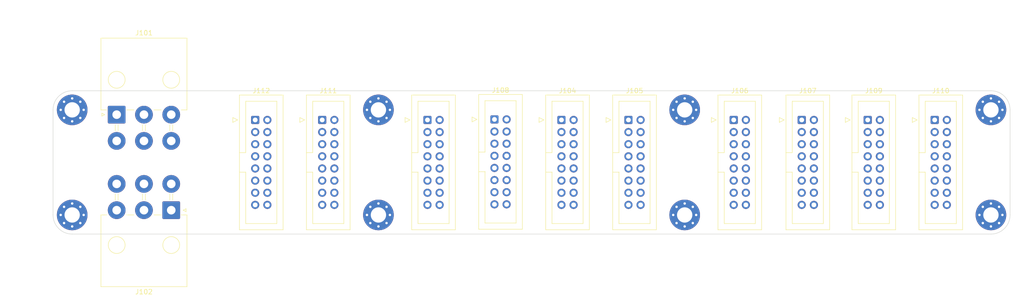
<source format=kicad_pcb>
(kicad_pcb (version 20211014) (generator pcbnew)
  (layers (0 "F.Cu" signal) (31 "B.Cu" signal) (34 "B.Paste" user) (35 "F.Paste" user) (36 "B.SilkS" user "B.Silkscreen") (37 "F.SilkS" user "F.Silkscreen") (38 "B.Mask" user) (39 "F.Mask" user) (44 "Edge.Cuts" user))
  (net 0 "")
  (net 13 "GND")
  (footprint "Connector_IDC:IDC-Header_2x08_P2.54mm_Vertical" (layer "F.Cu") (at 192.2475 56.11)
    (fp_text reference "J106" (at 1.27 -6.1) (layer "F.SilkS"))
    (fp_text value "Conn_02x08_Odd_Even")
    (fp_line (start -3.68 0) (end -4.68 -0.5) (layer "F.SilkS") (width 0.12))
    (fp_line (start -4.68 0.5) (end -3.68 0) (layer "F.SilkS") (width 0.12))
    (fp_line (start -1.98 6.84) (end -1.98 -3.91) (layer "F.SilkS") (width 0.12))
    (fp_line (start -1.98 10.94) (end -1.98 10.94) (layer "F.SilkS") (width 0.12))
    (fp_line (start -1.98 -3.91) (end 4.52 -3.91) (layer "F.SilkS") (width 0.12))
    (fp_line (start -3.29 22.99) (end -3.29 -5.21) (layer "F.SilkS") (width 0.12))
    (fp_line (start -3.29 -5.21) (end 5.83 -5.21) (layer "F.SilkS") (width 0.12))
    (fp_line (start -1.98 10.94) (end -3.29 10.94) (layer "F.SilkS") (width 0.12))
    (fp_line (start -1.98 21.69) (end -1.98 10.94) (layer "F.SilkS") (width 0.12))
    (fp_line (start -3.29 6.84) (end -1.98 6.84) (layer "F.SilkS") (width 0.12))
    (fp_line (start 5.83 -5.21) (end 5.83 22.99) (layer "F.SilkS") (width 0.12))
    (fp_line (start 4.52 21.69) (end -1.98 21.69) (layer "F.SilkS") (width 0.12))
    (fp_line (start -4.68 -0.5) (end -4.68 0.5) (layer "F.SilkS") (width 0.12))
    (fp_line (start 5.83 22.99) (end -3.29 22.99) (layer "F.SilkS") (width 0.12))
    (fp_line (start 4.52 -3.91) (end 4.52 21.69) (layer "F.SilkS") (width 0.12))
    (pad "1" thru_hole roundrect (at 0 0) (size 1.7 1.7) (drill 1) (layers *.Cu *.Mask) (roundrect_rratio 0.147059))
    (pad "2" thru_hole circle (at 2.54 0) (size 1.7 1.7) (drill 1) (layers *.Cu *.Mask))
    (pad "3" thru_hole circle (at 0 2.54) (size 1.7 1.7) (drill 1) (layers *.Cu *.Mask))
    (pad "4" thru_hole circle (at 2.54 2.54) (size 1.7 1.7) (drill 1) (layers *.Cu *.Mask))
    (pad "5" thru_hole circle (at 0 5.08) (size 1.7 1.7) (drill 1) (layers *.Cu *.Mask))
    (pad "6" thru_hole circle (at 2.54 5.08) (size 1.7 1.7) (drill 1) (layers *.Cu *.Mask))
    (pad "7" thru_hole circle (at 0 7.62) (size 1.7 1.7) (drill 1) (layers *.Cu *.Mask))
    (pad "8" thru_hole circle (at 2.54 7.62) (size 1.7 1.7) (drill 1) (layers *.Cu *.Mask))
    (pad "9" thru_hole circle (at 0 10.16) (size 1.7 1.7) (drill 1) (layers *.Cu *.Mask))
    (pad "10" thru_hole circle (at 2.54 10.16) (size 1.7 1.7) (drill 1) (layers *.Cu *.Mask))
    (pad "11" thru_hole circle (at 0 12.7) (size 1.7 1.7) (drill 1) (layers *.Cu *.Mask))
    (pad "12" thru_hole circle (at 2.54 12.7) (size 1.7 1.7) (drill 1) (layers *.Cu *.Mask))
    (pad "13" thru_hole circle (at 0 15.24) (size 1.7 1.7) (drill 1) (layers *.Cu *.Mask))
    (pad "14" thru_hole circle (at 2.54 15.24) (size 1.7 1.7) (drill 1) (layers *.Cu *.Mask))
    (pad "15" thru_hole circle (at 0 17.78) (size 1.7 1.7) (drill 1) (layers *.Cu *.Mask))
    (pad "16" thru_hole circle (at 2.54 17.78) (size 1.7 1.7) (drill 1) (layers *.Cu *.Mask))
  )
  (footprint "Connector_IDC:IDC-Header_2x08_P2.54mm_Vertical" (layer "F.Cu") (at 92.2475 56.11)
    (fp_text reference "J112" (at 1.27 -6.1) (layer "F.SilkS"))
    (fp_text value "Conn_02x08_Odd_Even")
    (fp_line (start -1.98 10.94) (end -3.29 10.94) (layer "F.SilkS") (width 0.12))
    (fp_line (start -1.98 21.69) (end -1.98 10.94) (layer "F.SilkS") (width 0.12))
    (fp_line (start 5.83 -5.21) (end 5.83 22.99) (layer "F.SilkS") (width 0.12))
    (fp_line (start -3.29 6.84) (end -1.98 6.84) (layer "F.SilkS") (width 0.12))
    (fp_line (start -4.68 0.5) (end -3.68 0) (layer "F.SilkS") (width 0.12))
    (fp_line (start -3.29 22.99) (end -3.29 -5.21) (layer "F.SilkS") (width 0.12))
    (fp_line (start -1.98 6.84) (end -1.98 -3.91) (layer "F.SilkS") (width 0.12))
    (fp_line (start 4.52 21.69) (end -1.98 21.69) (layer "F.SilkS") (width 0.12))
    (fp_line (start -1.98 10.94) (end -1.98 10.94) (layer "F.SilkS") (width 0.12))
    (fp_line (start 4.52 -3.91) (end 4.52 21.69) (layer "F.SilkS") (width 0.12))
    (fp_line (start -4.68 -0.5) (end -4.68 0.5) (layer "F.SilkS") (width 0.12))
    (fp_line (start -3.29 -5.21) (end 5.83 -5.21) (layer "F.SilkS") (width 0.12))
    (fp_line (start -1.98 -3.91) (end 4.52 -3.91) (layer "F.SilkS") (width 0.12))
    (fp_line (start -3.68 0) (end -4.68 -0.5) (layer "F.SilkS") (width 0.12))
    (fp_line (start 5.83 22.99) (end -3.29 22.99) (layer "F.SilkS") (width 0.12))
    (pad "1" thru_hole roundrect (at 0 0) (size 1.7 1.7) (drill 1) (layers *.Cu *.Mask) (roundrect_rratio 0.147059))
    (pad "2" thru_hole circle (at 2.54 0) (size 1.7 1.7) (drill 1) (layers *.Cu *.Mask))
    (pad "3" thru_hole circle (at 0 2.54) (size 1.7 1.7) (drill 1) (layers *.Cu *.Mask))
    (pad "4" thru_hole circle (at 2.54 2.54) (size 1.7 1.7) (drill 1) (layers *.Cu *.Mask))
    (pad "5" thru_hole circle (at 0 5.08) (size 1.7 1.7) (drill 1) (layers *.Cu *.Mask))
    (pad "6" thru_hole circle (at 2.54 5.08) (size 1.7 1.7) (drill 1) (layers *.Cu *.Mask))
    (pad "7" thru_hole circle (at 0 7.62) (size 1.7 1.7) (drill 1) (layers *.Cu *.Mask))
    (pad "8" thru_hole circle (at 2.54 7.62) (size 1.7 1.7) (drill 1) (layers *.Cu *.Mask))
    (pad "9" thru_hole circle (at 0 10.16) (size 1.7 1.7) (drill 1) (layers *.Cu *.Mask))
    (pad "10" thru_hole circle (at 2.54 10.16) (size 1.7 1.7) (drill 1) (layers *.Cu *.Mask))
    (pad "11" thru_hole circle (at 0 12.7) (size 1.7 1.7) (drill 1) (layers *.Cu *.Mask))
    (pad "12" thru_hole circle (at 2.54 12.7) (size 1.7 1.7) (drill 1) (layers *.Cu *.Mask))
    (pad "13" thru_hole circle (at 0 15.24) (size 1.7 1.7) (drill 1) (layers *.Cu *.Mask))
    (pad "14" thru_hole circle (at 2.54 15.24) (size 1.7 1.7) (drill 1) (layers *.Cu *.Mask))
    (pad "15" thru_hole circle (at 0 17.78) (size 1.7 1.7) (drill 1) (layers *.Cu *.Mask))
    (pad "16" thru_hole circle (at 2.54 17.78) (size 1.7 1.7) (drill 1) (layers *.Cu *.Mask))
  )
  (footprint "MountingHole:MountingHole_3.2mm_M3_Pad_Via" (layer "F.Cu") (at 182 54)
    (fp_text reference "H105" hide)
    (fp_text value "MountingHole_Pad")
    (pad "1" thru_hole circle (at 0 2.4) (size 0.8 0.8) (drill 0.5) (layers *.Cu *.Mask) (net 13 "GND"))
    (pad "1" thru_hole circle (at 2.4 0) (size 0.8 0.8) (drill 0.5) (layers *.Cu *.Mask) (net 13 "GND"))
    (pad "1" thru_hole circle (at -1.697056 -1.697056) (size 0.8 0.8) (drill 0.5) (layers *.Cu *.Mask) (net 13 "GND"))
    (pad "1" thru_hole circle (at 1.697056 1.697056) (size 0.8 0.8) (drill 0.5) (layers *.Cu *.Mask) (net 13 "GND"))
    (pad "1" thru_hole circle (at 0 -2.4) (size 0.8 0.8) (drill 0.5) (layers *.Cu *.Mask) (net 13 "GND"))
    (pad "1" thru_hole circle (at 1.697056 -1.697056) (size 0.8 0.8) (drill 0.5) (layers *.Cu *.Mask) (net 13 "GND"))
    (pad "1" thru_hole circle (at -2.4 0) (size 0.8 0.8) (drill 0.5) (layers *.Cu *.Mask) (net 13 "GND"))
    (pad "1" thru_hole circle (at -1.697056 1.697056) (size 0.8 0.8) (drill 0.5) (layers *.Cu *.Mask) (net 13 "GND"))
    (pad "1" thru_hole circle (at 0 0) (size 6.4 6.4) (drill 3.2) (layers *.Cu *.Mask) (net 13 "GND"))
  )
  (footprint "Connector_Molex:Molex_Mega-Fit_76825-0006_2x03_P5.70mm_Horizontal" (layer "F.Cu") (at 63.3 55)
    (fp_text reference "J101" (at 5.7 -17.1) (layer "F.SilkS"))
    (fp_text value "Conn_02x03_Odd_Even")
    (fp_line (start 2.11 -0.99) (end 3.59 -0.99) (layer "F.SilkS") (width 0.12))
    (fp_line (start 5.4 2.11) (end 5.4 3.39) (layer "F.SilkS") (width 0.12))
    (fp_line (start -0.3 2.11) (end -0.3 3.39) (layer "F.SilkS") (width 0.12))
    (fp_line (start 6 2.11) (end 6 3.39) (layer "F.SilkS") (width 0.12))
    (fp_line (start -3.285 -0.99) (end -2.11 -0.99) (layer "F.SilkS") (width 0.12))
    (fp_line (start -3.285 -16.01) (end -3.285 -0.99) (layer "F.SilkS") (width 0.12))
    (fp_line (start -3.1 -0.3) (end -2.5 0) (layer "F.SilkS") (width 0.12))
    (fp_line (start -2.5 0) (end -3.1 0.3) (layer "F.SilkS") (width 0.12))
    (fp_line (start 0.3 2.11) (end 0.3 3.39) (layer "F.SilkS") (width 0.12))
    (fp_line (start 5.7 -16.01) (end 14.685 -16.01) (layer "F.SilkS") (width 0.12))
    (fp_line (start 14.685 -0.99) (end 13.51 -0.99) (layer "F.SilkS") (width 0.12))
    (fp_line (start 7.81 -0.99) (end 9.29 -0.99) (layer "F.SilkS") (width 0.12))
    (fp_line (start 11.1 2.11) (end 11.1 3.39) (layer "F.SilkS") (width 0.12))
    (fp_line (start 14.685 -16.01) (end 14.685 -0.99) (layer "F.SilkS") (width 0.12))
    (fp_line (start 5.7 -16.01) (end -3.285 -16.01) (layer "F.SilkS") (width 0.12))
    (fp_line (start 11.7 2.11) (end 11.7 3.39) (layer "F.SilkS") (width 0.12))
    (fp_line (start -3.1 0.3) (end -3.1 -0.3) (layer "F.SilkS") (width 0.12))
    (fp_circle (center 11.4 -7.3) (end 13.16 -7.3) (layer "F.SilkS") (width 0.12) (fill none))
    (fp_circle (center 0 -7.3) (end 1.76 -7.3) (layer "F.SilkS") (width 0.12) (fill none))
    (pad "" np_thru_hole circle (at 0 -7.3) (size 3 3) (drill 3) (layers *.Cu *.Mask))
    (pad "" np_thru_hole circle (at 11.4 -7.3) (size 3 3) (drill 3) (layers *.Cu *.Mask))
    (pad "1" thru_hole roundrect (at 0 0) (size 3.7 3.7) (drill 1.8) (layers *.Cu *.Mask) (roundrect_rratio 0.067568))
    (pad "2" thru_hole circle (at 5.7 0) (size 3.7 3.7) (drill 1.8) (layers *.Cu *.Mask))
    (pad "3" thru_hole circle (at 11.4 0) (size 3.7 3.7) (drill 1.8) (layers *.Cu *.Mask))
    (pad "4" thru_hole circle (at 0 5.5) (size 3.7 3.7) (drill 1.8) (layers *.Cu *.Mask))
    (pad "5" thru_hole circle (at 5.7 5.5) (size 3.7 3.7) (drill 1.8) (layers *.Cu *.Mask))
    (pad "6" thru_hole circle (at 11.4 5.5) (size 3.7 3.7) (drill 1.8) (layers *.Cu *.Mask))
  )
  (footprint "Connector_Molex:Molex_Mega-Fit_76825-0006_2x03_P5.70mm_Horizontal" (layer "F.Cu") (at 74.7 75 180)
    (fp_text reference "J102" (at 5.7 -17.1) (layer "F.SilkS"))
    (fp_text value "Conn_02x03_Odd_Even")
    (fp_line (start 2.11 -0.99) (end 3.59 -0.99) (layer "F.SilkS") (width 0.12))
    (fp_line (start -3.1 0.3) (end -3.1 -0.3) (layer "F.SilkS") (width 0.12))
    (fp_line (start 14.685 -16.01) (end 14.685 -0.99) (layer "F.SilkS") (width 0.12))
    (fp_line (start -3.285 -0.99) (end -2.11 -0.99) (layer "F.SilkS") (width 0.12))
    (fp_line (start 11.1 2.11) (end 11.1 3.39) (layer "F.SilkS") (width 0.12))
    (fp_line (start 6 2.11) (end 6 3.39) (layer "F.SilkS") (width 0.12))
    (fp_line (start 0.3 2.11) (end 0.3 3.39) (layer "F.SilkS") (width 0.12))
    (fp_line (start 5.7 -16.01) (end 14.685 -16.01) (layer "F.SilkS") (width 0.12))
    (fp_line (start 14.685 -0.99) (end 13.51 -0.99) (layer "F.SilkS") (width 0.12))
    (fp_line (start 11.7 2.11) (end 11.7 3.39) (layer "F.SilkS") (width 0.12))
    (fp_line (start -0.3 2.11) (end -0.3 3.39) (layer "F.SilkS") (width 0.12))
    (fp_line (start -2.5 0) (end -3.1 0.3) (layer "F.SilkS") (width 0.12))
    (fp_line (start 7.81 -0.99) (end 9.29 -0.99) (layer "F.SilkS") (width 0.12))
    (fp_line (start 5.7 -16.01) (end -3.285 -16.01) (layer "F.SilkS") (width 0.12))
    (fp_line (start -3.1 -0.3) (end -2.5 0) (layer "F.SilkS") (width 0.12))
    (fp_line (start 5.4 2.11) (end 5.4 3.39) (layer "F.SilkS") (width 0.12))
    (fp_line (start -3.285 -16.01) (end -3.285 -0.99) (layer "F.SilkS") (width 0.12))
    (fp_circle (center 0 -7.3) (end 1.76 -7.3) (layer "F.SilkS") (width 0.12) (fill none))
    (fp_circle (center 11.4 -7.3) (end 13.16 -7.3) (layer "F.SilkS") (width 0.12) (fill none))
    (pad "" np_thru_hole circle (at 11.4 -7.3 180) (size 3 3) (drill 3) (layers *.Cu *.Mask))
    (pad "" np_thru_hole circle (at 0 -7.3 180) (size 3 3) (drill 3) (layers *.Cu *.Mask))
    (pad "1" thru_hole roundrect (at 0 0 180) (size 3.7 3.7) (drill 1.8) (layers *.Cu *.Mask) (roundrect_rratio 0.067568))
    (pad "2" thru_hole circle (at 5.7 0 180) (size 3.7 3.7) (drill 1.8) (layers *.Cu *.Mask))
    (pad "3" thru_hole circle (at 11.4 0 180) (size 3.7 3.7) (drill 1.8) (layers *.Cu *.Mask))
    (pad "4" thru_hole circle (at 0 5.5 180) (size 3.7 3.7) (drill 1.8) (layers *.Cu *.Mask))
    (pad "5" thru_hole circle (at 5.7 5.5 180) (size 3.7 3.7) (drill 1.8) (layers *.Cu *.Mask))
    (pad "6" thru_hole circle (at 11.4 5.5 180) (size 3.7 3.7) (drill 1.8) (layers *.Cu *.Mask))
  )
  (footprint "Connector_IDC:IDC-Header_2x08_P2.54mm_Vertical" (layer "F.Cu") (at 128.2475 56.11)
    (fp_text reference "J103" hide)
    (fp_text value "Conn_02x08_Odd_Even")
    (fp_line (start -1.98 21.69) (end -1.98 10.94) (layer "F.SilkS") (width 0.12))
    (fp_line (start -3.29 22.99) (end -3.29 -5.21) (layer "F.SilkS") (width 0.12))
    (fp_line (start -1.98 10.94) (end -3.29 10.94) (layer "F.SilkS") (width 0.12))
    (fp_line (start -1.98 -3.91) (end 4.52 -3.91) (layer "F.SilkS") (width 0.12))
    (fp_line (start 5.83 -5.21) (end 5.83 22.99) (layer "F.SilkS") (width 0.12))
    (fp_line (start -3.68 0) (end -4.68 -0.5) (layer "F.SilkS") (width 0.12))
    (fp_line (start 4.52 21.69) (end -1.98 21.69) (layer "F.SilkS") (width 0.12))
    (fp_line (start -1.98 10.94) (end -1.98 10.94) (layer "F.SilkS") (width 0.12))
    (fp_line (start -1.98 6.84) (end -1.98 -3.91) (layer "F.SilkS") (width 0.12))
    (fp_line (start -4.68 0.5) (end -3.68 0) (layer "F.SilkS") (width 0.12))
    (fp_line (start -3.29 -5.21) (end 5.83 -5.21) (layer "F.SilkS") (width 0.12))
    (fp_line (start -4.68 -0.5) (end -4.68 0.5) (layer "F.SilkS") (width 0.12))
    (fp_line (start 4.52 -3.91) (end 4.52 21.69) (layer "F.SilkS") (width 0.12))
    (fp_line (start -3.29 6.84) (end -1.98 6.84) (layer "F.SilkS") (width 0.12))
    (fp_line (start 5.83 22.99) (end -3.29 22.99) (layer "F.SilkS") (width 0.12))
    (pad "1" thru_hole roundrect (at 0 0) (size 1.7 1.7) (drill 1) (layers *.Cu *.Mask) (roundrect_rratio 0.147059))
    (pad "2" thru_hole circle (at 2.54 0) (size 1.7 1.7) (drill 1) (layers *.Cu *.Mask))
    (pad "3" thru_hole circle (at 0 2.54) (size 1.7 1.7) (drill 1) (layers *.Cu *.Mask))
    (pad "4" thru_hole circle (at 2.54 2.54) (size 1.7 1.7) (drill 1) (layers *.Cu *.Mask))
    (pad "5" thru_hole circle (at 0 5.08) (size 1.7 1.7) (drill 1) (layers *.Cu *.Mask))
    (pad "6" thru_hole circle (at 2.54 5.08) (size 1.7 1.7) (drill 1) (layers *.Cu *.Mask))
    (pad "7" thru_hole circle (at 0 7.62) (size 1.7 1.7) (drill 1) (layers *.Cu *.Mask))
    (pad "8" thru_hole circle (at 2.54 7.62) (size 1.7 1.7) (drill 1) (layers *.Cu *.Mask))
    (pad "9" thru_hole circle (at 0 10.16) (size 1.7 1.7) (drill 1) (layers *.Cu *.Mask))
    (pad "10" thru_hole circle (at 2.54 10.16) (size 1.7 1.7) (drill 1) (layers *.Cu *.Mask))
    (pad "11" thru_hole circle (at 0 12.7) (size 1.7 1.7) (drill 1) (layers *.Cu *.Mask))
    (pad "12" thru_hole circle (at 2.54 12.7) (size 1.7 1.7) (drill 1) (layers *.Cu *.Mask))
    (pad "13" thru_hole circle (at 0 15.24) (size 1.7 1.7) (drill 1) (layers *.Cu *.Mask))
    (pad "14" thru_hole circle (at 2.54 15.24) (size 1.7 1.7) (drill 1) (layers *.Cu *.Mask))
    (pad "15" thru_hole circle (at 0 17.78) (size 1.7 1.7) (drill 1) (layers *.Cu *.Mask))
    (pad "16" thru_hole circle (at 2.54 17.78) (size 1.7 1.7) (drill 1) (layers *.Cu *.Mask))
  )
  (footprint "Connector_IDC:IDC-Header_2x08_P2.54mm_Vertical" (layer "F.Cu") (at 206.46 56.11)
    (fp_text reference "J107" (at 1.27 -6.1) (layer "F.SilkS"))
    (fp_text value "Conn_02x08_Odd_Even")
    (fp_line (start -4.68 -0.5) (end -4.68 0.5) (layer "F.SilkS") (width 0.12))
    (fp_line (start -1.98 6.84) (end -1.98 -3.91) (layer "F.SilkS") (width 0.12))
    (fp_line (start 4.52 21.69) (end -1.98 21.69) (layer "F.SilkS") (width 0.12))
    (fp_line (start -3.29 6.84) (end -1.98 6.84) (layer "F.SilkS") (width 0.12))
    (fp_line (start -3.29 -5.21) (end 5.83 -5.21) (layer "F.SilkS") (width 0.12))
    (fp_line (start -3.29 22.99) (end -3.29 -5.21) (layer "F.SilkS") (width 0.12))
    (fp_line (start 4.52 -3.91) (end 4.52 21.69) (layer "F.SilkS") (width 0.12))
    (fp_line (start 5.83 -5.21) (end 5.83 22.99) (layer "F.SilkS") (width 0.12))
    (fp_line (start -1.98 21.69) (end -1.98 10.94) (layer "F.SilkS") (width 0.12))
    (fp_line (start 5.83 22.99) (end -3.29 22.99) (layer "F.SilkS") (width 0.12))
    (fp_line (start -4.68 0.5) (end -3.68 0) (layer "F.SilkS") (width 0.12))
    (fp_line (start -1.98 -3.91) (end 4.52 -3.91) (layer "F.SilkS") (width 0.12))
    (fp_line (start -1.98 10.94) (end -1.98 10.94) (layer "F.SilkS") (width 0.12))
    (fp_line (start -3.68 0) (end -4.68 -0.5) (layer "F.SilkS") (width 0.12))
    (fp_line (start -1.98 10.94) (end -3.29 10.94) (layer "F.SilkS") (width 0.12))
    (pad "1" thru_hole roundrect (at 0 0) (size 1.7 1.7) (drill 1) (layers *.Cu *.Mask) (roundrect_rratio 0.147059))
    (pad "2" thru_hole circle (at 2.54 0) (size 1.7 1.7) (drill 1) (layers *.Cu *.Mask))
    (pad "3" thru_hole circle (at 0 2.54) (size 1.7 1.7) (drill 1) (layers *.Cu *.Mask))
    (pad "4" thru_hole circle (at 2.54 2.54) (size 1.7 1.7) (drill 1) (layers *.Cu *.Mask))
    (pad "5" thru_hole circle (at 0 5.08) (size 1.7 1.7) (drill 1) (layers *.Cu *.Mask))
    (pad "6" thru_hole circle (at 2.54 5.08) (size 1.7 1.7) (drill 1) (layers *.Cu *.Mask))
    (pad "7" thru_hole circle (at 0 7.62) (size 1.7 1.7) (drill 1) (layers *.Cu *.Mask))
    (pad "8" thru_hole circle (at 2.54 7.62) (size 1.7 1.7) (drill 1) (layers *.Cu *.Mask))
    (pad "9" thru_hole circle (at 0 10.16) (size 1.7 1.7) (drill 1) (layers *.Cu *.Mask))
    (pad "10" thru_hole circle (at 2.54 10.16) (size 1.7 1.7) (drill 1) (layers *.Cu *.Mask))
    (pad "11" thru_hole circle (at 0 12.7) (size 1.7 1.7) (drill 1) (layers *.Cu *.Mask))
    (pad "12" thru_hole circle (at 2.54 12.7) (size 1.7 1.7) (drill 1) (layers *.Cu *.Mask))
    (pad "13" thru_hole circle (at 0 15.24) (size 1.7 1.7) (drill 1) (layers *.Cu *.Mask))
    (pad "14" thru_hole circle (at 2.54 15.24) (size 1.7 1.7) (drill 1) (layers *.Cu *.Mask))
    (pad "15" thru_hole circle (at 0 17.78) (size 1.7 1.7) (drill 1) (layers *.Cu *.Mask))
    (pad "16" thru_hole circle (at 2.54 17.78) (size 1.7 1.7) (drill 1) (layers *.Cu *.Mask))
  )
  (footprint "MountingHole:MountingHole_3.2mm_M3_Pad_Via" (layer "F.Cu") (at 182 76)
    (fp_text reference "H108" hide)
    (fp_text value "MountingHole_Pad")
    (pad "1" thru_hole circle (at -1.697056 -1.697056) (size 0.8 0.8) (drill 0.5) (layers *.Cu *.Mask) (net 13 "GND"))
    (pad "1" thru_hole circle (at 1.697056 1.697056) (size 0.8 0.8) (drill 0.5) (layers *.Cu *.Mask) (net 13 "GND"))
    (pad "1" thru_hole circle (at 0 0) (size 6.4 6.4) (drill 3.2) (layers *.Cu *.Mask) (net 13 "GND"))
    (pad "1" thru_hole circle (at -2.4 0) (size 0.8 0.8) (drill 0.5) (layers *.Cu *.Mask) (net 13 "GND"))
    (pad "1" thru_hole circle (at -1.697056 1.697056) (size 0.8 0.8) (drill 0.5) (layers *.Cu *.Mask) (net 13 "GND"))
    (pad "1" thru_hole circle (at 0 2.4) (size 0.8 0.8) (drill 0.5) (layers *.Cu *.Mask) (net 13 "GND"))
    (pad "1" thru_hole circle (at 2.4 0) (size 0.8 0.8) (drill 0.5) (layers *.Cu *.Mask) (net 13 "GND"))
    (pad "1" thru_hole circle (at 1.697056 -1.697056) (size 0.8 0.8) (drill 0.5) (layers *.Cu *.Mask) (net 13 "GND"))
    (pad "1" thru_hole circle (at 0 -2.4) (size 0.8 0.8) (drill 0.5) (layers *.Cu *.Mask) (net 13 "GND"))
  )
  (footprint "MountingHole:MountingHole_3.2mm_M3_Pad_Via" (layer "F.Cu") (at 54 54)
    (fp_text reference "H103" hide)
    (fp_text value "MountingHole_Pad")
    (pad "1" thru_hole circle (at 1.697056 1.697056) (size 0.8 0.8) (drill 0.5) (layers *.Cu *.Mask) (net 13 "GND"))
    (pad "1" thru_hole circle (at 1.697056 -1.697056) (size 0.8 0.8) (drill 0.5) (layers *.Cu *.Mask) (net 13 "GND"))
    (pad "1" thru_hole circle (at 0 0) (size 6.4 6.4) (drill 3.2) (layers *.Cu *.Mask) (net 13 "GND"))
    (pad "1" thru_hole circle (at -1.697056 -1.697056) (size 0.8 0.8) (drill 0.5) (layers *.Cu *.Mask) (net 13 "GND"))
    (pad "1" thru_hole circle (at -1.697056 1.697056) (size 0.8 0.8) (drill 0.5) (layers *.Cu *.Mask) (net 13 "GND"))
    (pad "1" thru_hole circle (at 0 2.4) (size 0.8 0.8) (drill 0.5) (layers *.Cu *.Mask) (net 13 "GND"))
    (pad "1" thru_hole circle (at -2.4 0) (size 0.8 0.8) (drill 0.5) (layers *.Cu *.Mask) (net 13 "GND"))
    (pad "1" thru_hole circle (at 0 -2.4) (size 0.8 0.8) (drill 0.5) (layers *.Cu *.Mask) (net 13 "GND"))
    (pad "1" thru_hole circle (at 2.4 0) (size 0.8 0.8) (drill 0.5) (layers *.Cu *.Mask) (net 13 "GND"))
  )
  (footprint "Connector_IDC:IDC-Header_2x08_P2.54mm_Vertical" (layer "F.Cu") (at 142.2475 56)
    (fp_text reference "J108" (at 1.27 -6.1) (layer "F.SilkS"))
    (fp_text value "Conn_02x08_Odd_Even")
    (fp_line (start 4.52 -3.91) (end 4.52 21.69) (layer "F.SilkS") (width 0.12))
    (fp_line (start -1.98 6.84) (end -1.98 -3.91) (layer "F.SilkS") (width 0.12))
    (fp_line (start -3.29 6.84) (end -1.98 6.84) (layer "F.SilkS") (width 0.12))
    (fp_line (start -1.98 10.94) (end -3.29 10.94) (layer "F.SilkS") (width 0.12))
    (fp_line (start -4.68 -0.5) (end -4.68 0.5) (layer "F.SilkS") (width 0.12))
    (fp_line (start -1.98 21.69) (end -1.98 10.94) (layer "F.SilkS") (width 0.12))
    (fp_line (start -1.98 10.94) (end -1.98 10.94) (layer "F.SilkS") (width 0.12))
    (fp_line (start 5.83 22.99) (end -3.29 22.99) (layer "F.SilkS") (width 0.12))
    (fp_line (start -4.68 0.5) (end -3.68 0) (layer "F.SilkS") (width 0.12))
    (fp_line (start -3.68 0) (end -4.68 -0.5) (layer "F.SilkS") (width 0.12))
    (fp_line (start 5.83 -5.21) (end 5.83 22.99) (layer "F.SilkS") (width 0.12))
    (fp_line (start -3.29 22.99) (end -3.29 -5.21) (layer "F.SilkS") (width 0.12))
    (fp_line (start -1.98 -3.91) (end 4.52 -3.91) (layer "F.SilkS") (width 0.12))
    (fp_line (start -3.29 -5.21) (end 5.83 -5.21) (layer "F.SilkS") (width 0.12))
    (fp_line (start 4.52 21.69) (end -1.98 21.69) (layer "F.SilkS") (width 0.12))
    (pad "1" thru_hole roundrect (at 0 0) (size 1.7 1.7) (drill 1) (layers *.Cu *.Mask) (roundrect_rratio 0.147059))
    (pad "2" thru_hole circle (at 2.54 0) (size 1.7 1.7) (drill 1) (layers *.Cu *.Mask))
    (pad "3" thru_hole circle (at 0 2.54) (size 1.7 1.7) (drill 1) (layers *.Cu *.Mask))
    (pad "4" thru_hole circle (at 2.54 2.54) (size 1.7 1.7) (drill 1) (layers *.Cu *.Mask))
    (pad "5" thru_hole circle (at 0 5.08) (size 1.7 1.7) (drill 1) (layers *.Cu *.Mask))
    (pad "6" thru_hole circle (at 2.54 5.08) (size 1.7 1.7) (drill 1) (layers *.Cu *.Mask))
    (pad "7" thru_hole circle (at 0 7.62) (size 1.7 1.7) (drill 1) (layers *.Cu *.Mask))
    (pad "8" thru_hole circle (at 2.54 7.62) (size 1.7 1.7) (drill 1) (layers *.Cu *.Mask))
    (pad "9" thru_hole circle (at 0 10.16) (size 1.7 1.7) (drill 1) (layers *.Cu *.Mask))
    (pad "10" thru_hole circle (at 2.54 10.16) (size 1.7 1.7) (drill 1) (layers *.Cu *.Mask))
    (pad "11" thru_hole circle (at 0 12.7) (size 1.7 1.7) (drill 1) (layers *.Cu *.Mask))
    (pad "12" thru_hole circle (at 2.54 12.7) (size 1.7 1.7) (drill 1) (layers *.Cu *.Mask))
    (pad "13" thru_hole circle (at 0 15.24) (size 1.7 1.7) (drill 1) (layers *.Cu *.Mask))
    (pad "14" thru_hole circle (at 2.54 15.24) (size 1.7 1.7) (drill 1) (layers *.Cu *.Mask))
    (pad "15" thru_hole circle (at 0 17.78) (size 1.7 1.7) (drill 1) (layers *.Cu *.Mask))
    (pad "16" thru_hole circle (at 2.54 17.78) (size 1.7 1.7) (drill 1) (layers *.Cu *.Mask))
  )
  (footprint "Connector_IDC:IDC-Header_2x08_P2.54mm_Vertical" (layer "F.Cu") (at 170.2475 56.11)
    (fp_text reference "J105" (at 1.27 -6.1) (layer "F.SilkS"))
    (fp_text value "Conn_02x08_Odd_Even")
    (fp_line (start -1.98 21.69) (end -1.98 10.94) (layer "F.SilkS") (width 0.12))
    (fp_line (start -3.29 22.99) (end -3.29 -5.21) (layer "F.SilkS") (width 0.12))
    (fp_line (start -1.98 -3.91) (end 4.52 -3.91) (layer "F.SilkS") (width 0.12))
    (fp_line (start -1.98 10.94) (end -1.98 10.94) (layer "F.SilkS") (width 0.12))
    (fp_line (start -4.68 -0.5) (end -4.68 0.5) (layer "F.SilkS") (width 0.12))
    (fp_line (start -3.68 0) (end -4.68 -0.5) (layer "F.SilkS") (width 0.12))
    (fp_line (start -1.98 10.94) (end -3.29 10.94) (layer "F.SilkS") (width 0.12))
    (fp_line (start -1.98 6.84) (end -1.98 -3.91) (layer "F.SilkS") (width 0.12))
    (fp_line (start -3.29 6.84) (end -1.98 6.84) (layer "F.SilkS") (width 0.12))
    (fp_line (start 4.52 -3.91) (end 4.52 21.69) (layer "F.SilkS") (width 0.12))
    (fp_line (start -3.29 -5.21) (end 5.83 -5.21) (layer "F.SilkS") (width 0.12))
    (fp_line (start 4.52 21.69) (end -1.98 21.69) (layer "F.SilkS") (width 0.12))
    (fp_line (start 5.83 22.99) (end -3.29 22.99) (layer "F.SilkS") (width 0.12))
    (fp_line (start 5.83 -5.21) (end 5.83 22.99) (layer "F.SilkS") (width 0.12))
    (fp_line (start -4.68 0.5) (end -3.68 0) (layer "F.SilkS") (width 0.12))
    (pad "1" thru_hole roundrect (at 0 0) (size 1.7 1.7) (drill 1) (layers *.Cu *.Mask) (roundrect_rratio 0.147059))
    (pad "2" thru_hole circle (at 2.54 0) (size 1.7 1.7) (drill 1) (layers *.Cu *.Mask))
    (pad "3" thru_hole circle (at 0 2.54) (size 1.7 1.7) (drill 1) (layers *.Cu *.Mask))
    (pad "4" thru_hole circle (at 2.54 2.54) (size 1.7 1.7) (drill 1) (layers *.Cu *.Mask))
    (pad "5" thru_hole circle (at 0 5.08) (size 1.7 1.7) (drill 1) (layers *.Cu *.Mask))
    (pad "6" thru_hole circle (at 2.54 5.08) (size 1.7 1.7) (drill 1) (layers *.Cu *.Mask))
    (pad "7" thru_hole circle (at 0 7.62) (size 1.7 1.7) (drill 1) (layers *.Cu *.Mask))
    (pad "8" thru_hole circle (at 2.54 7.62) (size 1.7 1.7) (drill 1) (layers *.Cu *.Mask))
    (pad "9" thru_hole circle (at 0 10.16) (size 1.7 1.7) (drill 1) (layers *.Cu *.Mask))
    (pad "10" thru_hole circle (at 2.54 10.16) (size 1.7 1.7) (drill 1) (layers *.Cu *.Mask))
    (pad "11" thru_hole circle (at 0 12.7) (size 1.7 1.7) (drill 1) (layers *.Cu *.Mask))
    (pad "12" thru_hole circle (at 2.54 12.7) (size 1.7 1.7) (drill 1) (layers *.Cu *.Mask))
    (pad "13" thru_hole circle (at 0 15.24) (size 1.7 1.7) (drill 1) (layers *.Cu *.Mask))
    (pad "14" thru_hole circle (at 2.54 15.24) (size 1.7 1.7) (drill 1) (layers *.Cu *.Mask))
    (pad "15" thru_hole circle (at 0 17.78) (size 1.7 1.7) (drill 1) (layers *.Cu *.Mask))
    (pad "16" thru_hole circle (at 2.54 17.78) (size 1.7 1.7) (drill 1) (layers *.Cu *.Mask))
  )
  (footprint "MountingHole:MountingHole_3.2mm_M3_Pad_Via" (layer "F.Cu") (at 246 54)
    (fp_text reference "H104" hide)
    (fp_text value "MountingHole_Pad")
    (pad "1" thru_hole circle (at -1.697056 -1.697056) (size 0.8 0.8) (drill 0.5) (layers *.Cu *.Mask) (net 13 "GND"))
    (pad "1" thru_hole circle (at 1.697056 1.697056) (size 0.8 0.8) (drill 0.5) (layers *.Cu *.Mask) (net 13 "GND"))
    (pad "1" thru_hole circle (at 0 0) (size 6.4 6.4) (drill 3.2) (layers *.Cu *.Mask) (net 13 "GND"))
    (pad "1" thru_hole circle (at -2.4 0) (size 0.8 0.8) (drill 0.5) (layers *.Cu *.Mask) (net 13 "GND"))
    (pad "1" thru_hole circle (at -1.697056 1.697056) (size 0.8 0.8) (drill 0.5) (layers *.Cu *.Mask) (net 13 "GND"))
    (pad "1" thru_hole circle (at 0 -2.4) (size 0.8 0.8) (drill 0.5) (layers *.Cu *.Mask) (net 13 "GND"))
    (pad "1" thru_hole circle (at 1.697056 -1.697056) (size 0.8 0.8) (drill 0.5) (layers *.Cu *.Mask) (net 13 "GND"))
    (pad "1" thru_hole circle (at 2.4 0) (size 0.8 0.8) (drill 0.5) (layers *.Cu *.Mask) (net 13 "GND"))
    (pad "1" thru_hole circle (at 0 2.4) (size 0.8 0.8) (drill 0.5) (layers *.Cu *.Mask) (net 13 "GND"))
  )
  (footprint "Connector_IDC:IDC-Header_2x08_P2.54mm_Vertical" (layer "F.Cu") (at 106.2475 56.11)
    (fp_text reference "J111" (at 1.27 -6.1) (layer "F.SilkS"))
    (fp_text value "Conn_02x08_Odd_Even")
    (fp_line (start -3.29 22.99) (end -3.29 -5.21) (layer "F.SilkS") (width 0.12))
    (fp_line (start -1.98 6.84) (end -1.98 -3.91) (layer "F.SilkS") (width 0.12))
    (fp_line (start -1.98 10.94) (end -1.98 10.94) (layer "F.SilkS") (width 0.12))
    (fp_line (start -1.98 21.69) (end -1.98 10.94) (layer "F.SilkS") (width 0.12))
    (fp_line (start -3.29 -5.21) (end 5.83 -5.21) (layer "F.SilkS") (width 0.12))
    (fp_line (start 4.52 21.69) (end -1.98 21.69) (layer "F.SilkS") (width 0.12))
    (fp_line (start -3.29 6.84) (end -1.98 6.84) (layer "F.SilkS") (width 0.12))
    (fp_line (start -4.68 -0.5) (end -4.68 0.5) (layer "F.SilkS") (width 0.12))
    (fp_line (start -1.98 10.94) (end -3.29 10.94) (layer "F.SilkS") (width 0.12))
    (fp_line (start -4.68 0.5) (end -3.68 0) (layer "F.SilkS") (width 0.12))
    (fp_line (start 5.83 22.99) (end -3.29 22.99) (layer "F.SilkS") (width 0.12))
    (fp_line (start -3.68 0) (end -4.68 -0.5) (layer "F.SilkS") (width 0.12))
    (fp_line (start -1.98 -3.91) (end 4.52 -3.91) (layer "F.SilkS") (width 0.12))
    (fp_line (start 5.83 -5.21) (end 5.83 22.99) (layer "F.SilkS") (width 0.12))
    (fp_line (start 4.52 -3.91) (end 4.52 21.69) (layer "F.SilkS") (width 0.12))
    (pad "1" thru_hole roundrect (at 0 0) (size 1.7 1.7) (drill 1) (layers *.Cu *.Mask) (roundrect_rratio 0.147059))
    (pad "2" thru_hole circle (at 2.54 0) (size 1.7 1.7) (drill 1) (layers *.Cu *.Mask))
    (pad "3" thru_hole circle (at 0 2.54) (size 1.7 1.7) (drill 1) (layers *.Cu *.Mask))
    (pad "4" thru_hole circle (at 2.54 2.54) (size 1.7 1.7) (drill 1) (layers *.Cu *.Mask))
    (pad "5" thru_hole circle (at 0 5.08) (size 1.7 1.7) (drill 1) (layers *.Cu *.Mask))
    (pad "6" thru_hole circle (at 2.54 5.08) (size 1.7 1.7) (drill 1) (layers *.Cu *.Mask))
    (pad "7" thru_hole circle (at 0 7.62) (size 1.7 1.7) (drill 1) (layers *.Cu *.Mask))
    (pad "8" thru_hole circle (at 2.54 7.62) (size 1.7 1.7) (drill 1) (layers *.Cu *.Mask))
    (pad "9" thru_hole circle (at 0 10.16) (size 1.7 1.7) (drill 1) (layers *.Cu *.Mask))
    (pad "10" thru_hole circle (at 2.54 10.16) (size 1.7 1.7) (drill 1) (layers *.Cu *.Mask))
    (pad "11" thru_hole circle (at 0 12.7) (size 1.7 1.7) (drill 1) (layers *.Cu *.Mask))
    (pad "12" thru_hole circle (at 2.54 12.7) (size 1.7 1.7) (drill 1) (layers *.Cu *.Mask))
    (pad "13" thru_hole circle (at 0 15.24) (size 1.7 1.7) (drill 1) (layers *.Cu *.Mask))
    (pad "14" thru_hole circle (at 2.54 15.24) (size 1.7 1.7) (drill 1) (layers *.Cu *.Mask))
    (pad "15" thru_hole circle (at 0 17.78) (size 1.7 1.7) (drill 1) (layers *.Cu *.Mask))
    (pad "16" thru_hole circle (at 2.54 17.78) (size 1.7 1.7) (drill 1) (layers *.Cu *.Mask))
  )
  (footprint "MountingHole:MountingHole_3.2mm_M3_Pad_Via" (layer "F.Cu") (at 246 76)
    (fp_text reference "H102" hide)
    (fp_text value "MountingHole_Pad")
    (pad "1" thru_hole circle (at 2.4 0) (size 0.8 0.8) (drill 0.5) (layers *.Cu *.Mask) (net 13 "GND"))
    (pad "1" thru_hole circle (at 0 2.4) (size 0.8 0.8) (drill 0.5) (layers *.Cu *.Mask) (net 13 "GND"))
    (pad "1" thru_hole circle (at 1.697056 1.697056) (size 0.8 0.8) (drill 0.5) (layers *.Cu *.Mask) (net 13 "GND"))
    (pad "1" thru_hole circle (at 0 0) (size 6.4 6.4) (drill 3.2) (layers *.Cu *.Mask) (net 13 "GND"))
    (pad "1" thru_hole circle (at -2.4 0) (size 0.8 0.8) (drill 0.5) (layers *.Cu *.Mask) (net 13 "GND"))
    (pad "1" thru_hole circle (at 1.697056 -1.697056) (size 0.8 0.8) (drill 0.5) (layers *.Cu *.Mask) (net 13 "GND"))
    (pad "1" thru_hole circle (at -1.697056 -1.697056) (size 0.8 0.8) (drill 0.5) (layers *.Cu *.Mask) (net 13 "GND"))
    (pad "1" thru_hole circle (at -1.697056 1.697056) (size 0.8 0.8) (drill 0.5) (layers *.Cu *.Mask) (net 13 "GND"))
    (pad "1" thru_hole circle (at 0 -2.4) (size 0.8 0.8) (drill 0.5) (layers *.Cu *.Mask) (net 13 "GND"))
  )
  (footprint "Connector_IDC:IDC-Header_2x08_P2.54mm_Vertical" (layer "F.Cu") (at 156.2475 56.11)
    (fp_text reference "J104" (at 1.27 -6.1) (layer "F.SilkS"))
    (fp_text value "Conn_02x08_Odd_Even")
    (fp_line (start -1.98 10.94) (end -1.98 10.94) (layer "F.SilkS") (width 0.12))
    (fp_line (start -4.68 -0.5) (end -4.68 0.5) (layer "F.SilkS") (width 0.12))
    (fp_line (start -3.29 -5.21) (end 5.83 -5.21) (layer "F.SilkS") (width 0.12))
    (fp_line (start -3.29 22.99) (end -3.29 -5.21) (layer "F.SilkS") (width 0.12))
    (fp_line (start 4.52 21.69) (end -1.98 21.69) (layer "F.SilkS") (width 0.12))
    (fp_line (start -3.68 0) (end -4.68 -0.5) (layer "F.SilkS") (width 0.12))
    (fp_line (start -1.98 6.84) (end -1.98 -3.91) (layer "F.SilkS") (width 0.12))
    (fp_line (start -3.29 6.84) (end -1.98 6.84) (layer "F.SilkS") (width 0.12))
    (fp_line (start 5.83 22.99) (end -3.29 22.99) (layer "F.SilkS") (width 0.12))
    (fp_line (start -1.98 21.69) (end -1.98 10.94) (layer "F.SilkS") (width 0.12))
    (fp_line (start -1.98 10.94) (end -3.29 10.94) (layer "F.SilkS") (width 0.12))
    (fp_line (start -4.68 0.5) (end -3.68 0) (layer "F.SilkS") (width 0.12))
    (fp_line (start 4.52 -3.91) (end 4.52 21.69) (layer "F.SilkS") (width 0.12))
    (fp_line (start 5.83 -5.21) (end 5.83 22.99) (layer "F.SilkS") (width 0.12))
    (fp_line (start -1.98 -3.91) (end 4.52 -3.91) (layer "F.SilkS") (width 0.12))
    (pad "1" thru_hole roundrect (at 0 0) (size 1.7 1.7) (drill 1) (layers *.Cu *.Mask) (roundrect_rratio 0.147059))
    (pad "2" thru_hole circle (at 2.54 0) (size 1.7 1.7) (drill 1) (layers *.Cu *.Mask))
    (pad "3" thru_hole circle (at 0 2.54) (size 1.7 1.7) (drill 1) (layers *.Cu *.Mask))
    (pad "4" thru_hole circle (at 2.54 2.54) (size 1.7 1.7) (drill 1) (layers *.Cu *.Mask))
    (pad "5" thru_hole circle (at 0 5.08) (size 1.7 1.7) (drill 1) (layers *.Cu *.Mask))
    (pad "6" thru_hole circle (at 2.54 5.08) (size 1.7 1.7) (drill 1) (layers *.Cu *.Mask))
    (pad "7" thru_hole circle (at 0 7.62) (size 1.7 1.7) (drill 1) (layers *.Cu *.Mask))
    (pad "8" thru_hole circle (at 2.54 7.62) (size 1.7 1.7) (drill 1) (layers *.Cu *.Mask))
    (pad "9" thru_hole circle (at 0 10.16) (size 1.7 1.7) (drill 1) (layers *.Cu *.Mask))
    (pad "10" thru_hole circle (at 2.54 10.16) (size 1.7 1.7) (drill 1) (layers *.Cu *.Mask))
    (pad "11" thru_hole circle (at 0 12.7) (size 1.7 1.7) (drill 1) (layers *.Cu *.Mask))
    (pad "12" thru_hole circle (at 2.54 12.7) (size 1.7 1.7) (drill 1) (layers *.Cu *.Mask))
    (pad "13" thru_hole circle (at 0 15.24) (size 1.7 1.7) (drill 1) (layers *.Cu *.Mask))
    (pad "14" thru_hole circle (at 2.54 15.24) (size 1.7 1.7) (drill 1) (layers *.Cu *.Mask))
    (pad "15" thru_hole circle (at 0 17.78) (size 1.7 1.7) (drill 1) (layers *.Cu *.Mask))
    (pad "16" thru_hole circle (at 2.54 17.78) (size 1.7 1.7) (drill 1) (layers *.Cu *.Mask))
  )
  (footprint "MountingHole:MountingHole_3.2mm_M3_Pad_Via" (layer "F.Cu") (at 118 54)
    (fp_text reference "H106" hide)
    (fp_text value "MountingHole_Pad")
    (pad "1" thru_hole circle (at -2.4 0) (size 0.8 0.8) (drill 0.5) (layers *.Cu *.Mask) (net 13 "GND"))
    (pad "1" thru_hole circle (at 0 2.4) (size 0.8 0.8) (drill 0.5) (layers *.Cu *.Mask) (net 13 "GND"))
    (pad "1" thru_hole circle (at 1.697056 1.697056) (size 0.8 0.8) (drill 0.5) (layers *.Cu *.Mask) (net 13 "GND"))
    (pad "1" thru_hole circle (at -1.697056 -1.697056) (size 0.8 0.8) (drill 0.5) (layers *.Cu *.Mask) (net 13 "GND"))
    (pad "1" thru_hole circle (at -1.697056 1.697056) (size 0.8 0.8) (drill 0.5) (layers *.Cu *.Mask) (net 13 "GND"))
    (pad "1" thru_hole circle (at 0 0) (size 6.4 6.4) (drill 3.2) (layers *.Cu *.Mask) (net 13 "GND"))
    (pad "1" thru_hole circle (at 2.4 0) (size 0.8 0.8) (drill 0.5) (layers *.Cu *.Mask) (net 13 "GND"))
    (pad "1" thru_hole circle (at 1.697056 -1.697056) (size 0.8 0.8) (drill 0.5) (layers *.Cu *.Mask) (net 13 "GND"))
    (pad "1" thru_hole circle (at 0 -2.4) (size 0.8 0.8) (drill 0.5) (layers *.Cu *.Mask) (net 13 "GND"))
  )
  (footprint "Connector_IDC:IDC-Header_2x08_P2.54mm_Vertical" (layer "F.Cu") (at 234.2475 56.11)
    (fp_text reference "J110" (at 1.27 -6.1) (layer "F.SilkS"))
    (fp_text value "Conn_02x08_Odd_Even")
    (fp_line (start -1.98 10.94) (end -3.29 10.94) (layer "F.SilkS") (width 0.12))
    (fp_line (start -1.98 -3.91) (end 4.52 -3.91) (layer "F.SilkS") (width 0.12))
    (fp_line (start 4.52 -3.91) (end 4.52 21.69) (layer "F.SilkS") (width 0.12))
    (fp_line (start -4.68 0.5) (end -3.68 0) (layer "F.SilkS") (width 0.12))
    (fp_line (start -1.98 10.94) (end -1.98 10.94) (layer "F.SilkS") (width 0.12))
    (fp_line (start 5.83 -5.21) (end 5.83 22.99) (layer "F.SilkS") (width 0.12))
    (fp_line (start -3.29 -5.21) (end 5.83 -5.21) (layer "F.SilkS") (width 0.12))
    (fp_line (start 5.83 22.99) (end -3.29 22.99) (layer "F.SilkS") (width 0.12))
    (fp_line (start 4.52 21.69) (end -1.98 21.69) (layer "F.SilkS") (width 0.12))
    (fp_line (start -3.68 0) (end -4.68 -0.5) (layer "F.SilkS") (width 0.12))
    (fp_line (start -4.68 -0.5) (end -4.68 0.5) (layer "F.SilkS") (width 0.12))
    (fp_line (start -3.29 22.99) (end -3.29 -5.21) (layer "F.SilkS") (width 0.12))
    (fp_line (start -1.98 6.84) (end -1.98 -3.91) (layer "F.SilkS") (width 0.12))
    (fp_line (start -3.29 6.84) (end -1.98 6.84) (layer "F.SilkS") (width 0.12))
    (fp_line (start -1.98 21.69) (end -1.98 10.94) (layer "F.SilkS") (width 0.12))
    (pad "1" thru_hole roundrect (at 0 0) (size 1.7 1.7) (drill 1) (layers *.Cu *.Mask) (roundrect_rratio 0.147059))
    (pad "2" thru_hole circle (at 2.54 0) (size 1.7 1.7) (drill 1) (layers *.Cu *.Mask))
    (pad "3" thru_hole circle (at 0 2.54) (size 1.7 1.7) (drill 1) (layers *.Cu *.Mask))
    (pad "4" thru_hole circle (at 2.54 2.54) (size 1.7 1.7) (drill 1) (layers *.Cu *.Mask))
    (pad "5" thru_hole circle (at 0 5.08) (size 1.7 1.7) (drill 1) (layers *.Cu *.Mask))
    (pad "6" thru_hole circle (at 2.54 5.08) (size 1.7 1.7) (drill 1) (layers *.Cu *.Mask))
    (pad "7" thru_hole circle (at 0 7.62) (size 1.7 1.7) (drill 1) (layers *.Cu *.Mask))
    (pad "8" thru_hole circle (at 2.54 7.62) (size 1.7 1.7) (drill 1) (layers *.Cu *.Mask))
    (pad "9" thru_hole circle (at 0 10.16) (size 1.7 1.7) (drill 1) (layers *.Cu *.Mask))
    (pad "10" thru_hole circle (at 2.54 10.16) (size 1.7 1.7) (drill 1) (layers *.Cu *.Mask))
    (pad "11" thru_hole circle (at 0 12.7) (size 1.7 1.7) (drill 1) (layers *.Cu *.Mask))
    (pad "12" thru_hole circle (at 2.54 12.7) (size 1.7 1.7) (drill 1) (layers *.Cu *.Mask))
    (pad "13" thru_hole circle (at 0 15.24) (size 1.7 1.7) (drill 1) (layers *.Cu *.Mask))
    (pad "14" thru_hole circle (at 2.54 15.24) (size 1.7 1.7) (drill 1) (layers *.Cu *.Mask))
    (pad "15" thru_hole circle (at 0 17.78) (size 1.7 1.7) (drill 1) (layers *.Cu *.Mask))
    (pad "16" thru_hole circle (at 2.54 17.78) (size 1.7 1.7) (drill 1) (layers *.Cu *.Mask))
  )
  (footprint "Connector_IDC:IDC-Header_2x08_P2.54mm_Vertical" (layer "F.Cu") (at 220.2475 56.11)
    (fp_text reference "J109" (at 1.27 -6.1) (layer "F.SilkS"))
    (fp_text value "Conn_02x08_Odd_Even")
    (fp_line (start 4.52 -3.91) (end 4.52 21.69) (layer "F.SilkS") (width 0.12))
    (fp_line (start -3.68 0) (end -4.68 -0.5) (layer "F.SilkS") (width 0.12))
    (fp_line (start -3.29 6.84) (end -1.98 6.84) (layer "F.SilkS") (width 0.12))
    (fp_line (start -1.98 10.94) (end -3.29 10.94) (layer "F.SilkS") (width 0.12))
    (fp_line (start 5.83 22.99) (end -3.29 22.99) (layer "F.SilkS") (width 0.12))
    (fp_line (start 5.83 -5.21) (end 5.83 22.99) (layer "F.SilkS") (width 0.12))
    (fp_line (start -4.68 -0.5) (end -4.68 0.5) (layer "F.SilkS") (width 0.12))
    (fp_line (start 4.52 21.69) (end -1.98 21.69) (layer "F.SilkS") (width 0.12))
    (fp_line (start -1.98 21.69) (end -1.98 10.94) (layer "F.SilkS") (width 0.12))
    (fp_line (start -4.68 0.5) (end -3.68 0) (layer "F.SilkS") (width 0.12))
    (fp_line (start -1.98 10.94) (end -1.98 10.94) (layer "F.SilkS") (width 0.12))
    (fp_line (start -1.98 6.84) (end -1.98 -3.91) (layer "F.SilkS") (width 0.12))
    (fp_line (start -1.98 -3.91) (end 4.52 -3.91) (layer "F.SilkS") (width 0.12))
    (fp_line (start -3.29 -5.21) (end 5.83 -5.21) (layer "F.SilkS") (width 0.12))
    (fp_line (start -3.29 22.99) (end -3.29 -5.21) (layer "F.SilkS") (width 0.12))
    (pad "1" thru_hole roundrect (at 0 0) (size 1.7 1.7) (drill 1) (layers *.Cu *.Mask) (roundrect_rratio 0.147059))
    (pad "2" thru_hole circle (at 2.54 0) (size 1.7 1.7) (drill 1) (layers *.Cu *.Mask))
    (pad "3" thru_hole circle (at 0 2.54) (size 1.7 1.7) (drill 1) (layers *.Cu *.Mask))
    (pad "4" thru_hole circle (at 2.54 2.54) (size 1.7 1.7) (drill 1) (layers *.Cu *.Mask))
    (pad "5" thru_hole circle (at 0 5.08) (size 1.7 1.7) (drill 1) (layers *.Cu *.Mask))
    (pad "6" thru_hole circle (at 2.54 5.08) (size 1.7 1.7) (drill 1) (layers *.Cu *.Mask))
    (pad "7" thru_hole circle (at 0 7.62) (size 1.7 1.7) (drill 1) (layers *.Cu *.Mask))
    (pad "8" thru_hole circle (at 2.54 7.62) (size 1.7 1.7) (drill 1) (layers *.Cu *.Mask))
    (pad "9" thru_hole circle (at 0 10.16) (size 1.7 1.7) (drill 1) (layers *.Cu *.Mask))
    (pad "10" thru_hole circle (at 2.54 10.16) (size 1.7 1.7) (drill 1) (layers *.Cu *.Mask))
    (pad "11" thru_hole circle (at 0 12.7) (size 1.7 1.7) (drill 1) (layers *.Cu *.Mask))
    (pad "12" thru_hole circle (at 2.54 12.7) (size 1.7 1.7) (drill 1) (layers *.Cu *.Mask))
    (pad "13" thru_hole circle (at 0 15.24) (size 1.7 1.7) (drill 1) (layers *.Cu *.Mask))
    (pad "14" thru_hole circle (at 2.54 15.24) (size 1.7 1.7) (drill 1) (layers *.Cu *.Mask))
    (pad "15" thru_hole circle (at 0 17.78) (size 1.7 1.7) (drill 1) (layers *.Cu *.Mask))
    (pad "16" thru_hole circle (at 2.54 17.78) (size 1.7 1.7) (drill 1) (layers *.Cu *.Mask))
  )
  (footprint "MountingHole:MountingHole_3.2mm_M3_Pad_Via" (layer "F.Cu") (at 118 76)
    (fp_text reference "H107" hide)
    (fp_text value "MountingHole_Pad")
    (pad "1" thru_hole circle (at 0 0) (size 6.4 6.4) (drill 3.2) (layers *.Cu *.Mask) (net 13 "GND"))
    (pad "1" thru_hole circle (at -1.697056 -1.697056) (size 0.8 0.8) (drill 0.5) (layers *.Cu *.Mask) (net 13 "GND"))
    (pad "1" thru_hole circle (at -1.697056 1.697056) (size 0.8 0.8) (drill 0.5) (layers *.Cu *.Mask) (net 13 "GND"))
    (pad "1" thru_hole circle (at 0 -2.4) (size 0.8 0.8) (drill 0.5) (layers *.Cu *.Mask) (net 13 "GND"))
    (pad "1" thru_hole circle (at 1.697056 -1.697056) (size 0.8 0.8) (drill 0.5) (layers *.Cu *.Mask) (net 13 "GND"))
    (pad "1" thru_hole circle (at -2.4 0) (size 0.8 0.8) (drill 0.5) (layers *.Cu *.Mask) (net 13 "GND"))
    (pad "1" thru_hole circle (at 0 2.4) (size 0.8 0.8) (drill 0.5) (layers *.Cu *.Mask) (net 13 "GND"))
    (pad "1" thru_hole circle (at 2.4 0) (size 0.8 0.8) (drill 0.5) (layers *.Cu *.Mask) (net 13 "GND"))
    (pad "1" thru_hole circle (at 1.697056 1.697056) (size 0.8 0.8) (drill 0.5) (layers *.Cu *.Mask) (net 13 "GND"))
  )
  (footprint "MountingHole:MountingHole_3.2mm_M3_Pad_Via" (layer "F.Cu") (at 54 76)
    (fp_text reference "H101" hide)
    (fp_text value "MountingHole_Pad")
    (pad "1" thru_hole circle (at 0 0) (size 6.4 6.4) (drill 3.2) (layers *.Cu *.Mask) (net 13 "GND"))
    (pad "1" thru_hole circle (at 2.4 0) (size 0.8 0.8) (drill 0.5) (layers *.Cu *.Mask) (net 13 "GND"))
    (pad "1" thru_hole circle (at 0 -2.4) (size 0.8 0.8) (drill 0.5) (layers *.Cu *.Mask) (net 13 "GND"))
    (pad "1" thru_hole circle (at 1.697056 1.697056) (size 0.8 0.8) (drill 0.5) (layers *.Cu *.Mask) (net 13 "GND"))
    (pad "1" thru_hole circle (at 0 2.4) (size 0.8 0.8) (drill 0.5) (layers *.Cu *.Mask) (net 13 "GND"))
    (pad "1" thru_hole circle (at 1.697056 -1.697056) (size 0.8 0.8) (drill 0.5) (layers *.Cu *.Mask) (net 13 "GND"))
    (pad "1" thru_hole circle (at -2.4 0) (size 0.8 0.8) (drill 0.5) (layers *.Cu *.Mask) (net 13 "GND"))
    (pad "1" thru_hole circle (at -1.697056 1.697056) (size 0.8 0.8) (drill 0.5) (layers *.Cu *.Mask) (net 13 "GND"))
    (pad "1" thru_hole circle (at -1.697056 -1.697056) (size 0.8 0.8) (drill 0.5) (layers *.Cu *.Mask) (net 13 "GND"))
  )
  (gr_arc (start 50 54) (mid 51.171573 51.171573) (end 54 50) (layer "Edge.Cuts") (width 0.1))
  (gr_line (start 250 54) (end 250 76) (layer "Edge.Cuts") (width 0.1))
  (gr_line (start 246 80) (end 54 80) (layer "Edge.Cuts") (width 0.1))
  (gr_arc (start 54 80) (mid 51.171573 78.828427) (end 50 76) (layer "Edge.Cuts") (width 0.1))
  (gr_line (start 50 76) (end 50 54) (layer "Edge.Cuts") (width 0.1))
  (gr_line (start 54 50) (end 246 50) (layer "Edge.Cuts") (width 0.1))
  (gr_arc (start 246 50) (mid 248.828427 51.171573) (end 250 54) (layer "Edge.Cuts") (width 0.1))
  (gr_arc (start 250 76) (mid 248.828427 78.828427) (end 246 80) (layer "Edge.Cuts") (width 0.1))
)
</source>
